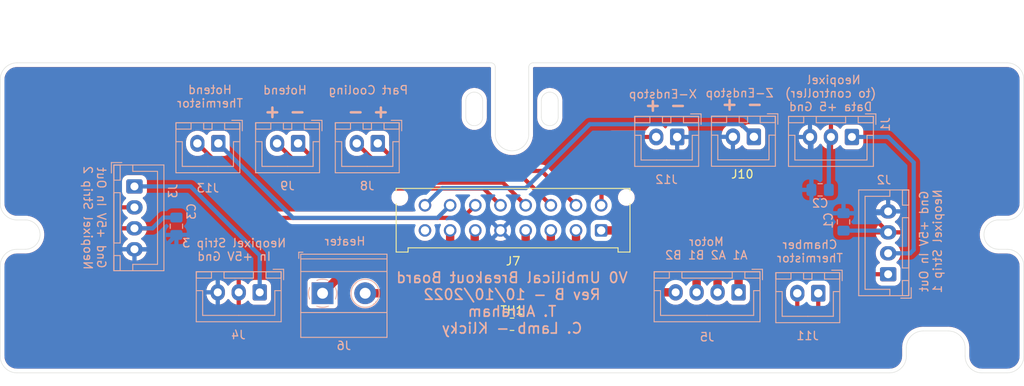
<source format=kicad_pcb>
(kicad_pcb (version 20211014) (generator pcbnew)
  (layers (0 "F.Cu" signal) (31 "B.Cu" signal) (34 "B.Paste" user) (35 "F.Paste" user) (36 "B.SilkS" user "B.Silkscreen") (37 "F.SilkS" user "F.Silkscreen") (38 "B.Mask" user) (39 "F.Mask" user) (44 "Edge.Cuts" user))
  (net 0 "")
  (net 2 "/X-endstop")
  (net 3 "/Klicky_probe")
  (net 4 "Net-(J11-Pad1)")
  (net 5 "/Hotend_Fan+")
  (net 6 "/Hotend_Fan-")
  (net 7 "/PartFan-")
  (net 8 "/PartFan+")
  (net 9 "/B2")
  (net 10 "/B1")
  (net 11 "/A2")
  (net 12 "/A1")
  (net 13 "Ground")
  (net 14 "5V")
  (net 15 "Data")
  (net 16 "DataIn2")
  (net 17 "DataOut2")
  (net 18 "Net-(J11-Pad2)")
  (net 19 "/Thermister +")
  (net 20 "/Thermister -")
  (net 21 "/Heater -")
  (net 22 "/Heater +")
  (footprint "Connector_Molex:Molex_Micro-Fit_3.0_43045-1612_2x08_P3.00mm_Vertical" (layer "F.Cu") (at 110.627 101.5 180)
    (fp_text reference "J7" (at 10.5 -3.67 180) (layer "F.SilkS"))
    (fp_text value "Conn_02x08_Odd_Even")
    (fp_line (start -2.015 -2.58) (end -2.015 -2.08) (layer "F.SilkS") (width 0.12))
    (fp_line (start 23.015 -2.58) (end 24.435 -2.58) (layer "F.SilkS") (width 0.12))
    (fp_line (start -3.435 4.7) (end -3.435 5.01) (layer "F.SilkS") (width 0.12))
    (fp_line (start -3.435 3.18) (end -3.435 -2.58) (layer "F.SilkS") (width 0.12))
    (fp_line (start 24.435 -2.58) (end 24.435 3.18) (layer "F.SilkS") (width 0.12))
    (fp_line (start 24.435 5.01) (end 24.435 4.7) (layer "F.SilkS") (width 0.12))
    (fp_line (start -3.435 -2.58) (end -2.015 -2.58) (layer "F.SilkS") (width 0.12))
    (fp_line (start -3.435 5.01) (end 24.435 5.01) (layer "F.SilkS") (width 0.12))
    (fp_line (start 23.015 -2.08) (end 23.015 -2.58) (layer "F.SilkS") (width 0.12))
    (fp_line (start -2.015 -2.08) (end 23.015 -2.08) (layer "F.SilkS") (width 0.12))
    (pad "" np_thru_hole circle (at -3 3.94 180) (size 1 1) (drill 1) (layers *.Cu *.Mask))
    (pad "" np_thru_hole circle (at 24 3.94 180) (size 1 1) (drill 1) (layers *.Cu *.Mask))
    (pad "1" thru_hole roundrect (at 0 0 180) (size 1.5 1.5) (drill 1) (layers *.Cu *.Mask) (roundrect_rratio 0.166667) (net 12 "/A1"))
    (pad "2" thru_hole circle (at 3 0 180) (size 1.5 1.5) (drill 1) (layers *.Cu *.Mask) (net 11 "/A2"))
    (pad "3" thru_hole circle (at 6 0 180) (size 1.5 1.5) (drill 1) (layers *.Cu *.Mask) (net 10 "/B1"))
    (pad "4" thru_hole circle (at 9 0 180) (size 1.5 1.5) (drill 1) (layers *.Cu *.Mask) (net 9 "/B2"))
    (pad "5" thru_hole circle (at 12 0 180) (size 1.5 1.5) (drill 1) (layers *.Cu *.Mask) (net 13 "Ground"))
    (pad "6" thru_hole circle (at 15 0 180) (size 1.5 1.5) (drill 1) (layers *.Cu *.Mask) (net 22 "/Heater +"))
    (pad "7" thru_hole circle (at 18 0 180) (size 1.5 1.5) (drill 1) (layers *.Cu *.Mask) (net 21 "/Heater -"))
    (pad "8" thru_hole circle (at 21 0 180) (size 1.5 1.5) (drill 1) (layers *.Cu *.Mask))
    (pad "9" thru_hole circle (at 0 3 180) (size 1.5 1.5) (drill 1) (layers *.Cu *.Mask) (net 2 "/X-endstop"))
    (pad "10" thru_hole circle (at 3 3 180) (size 1.5 1.5) (drill 1) (layers *.Cu *.Mask) (net 8 "/PartFan+"))
    (pad "11" thru_hole circle (at 6 3 180) (size 1.5 1.5) (drill 1) (layers *.Cu *.Mask) (net 7 "/PartFan-"))
    (pad "12" thru_hole circle (at 9 3 180) (size 1.5 1.5) (drill 1) (layers *.Cu *.Mask) (net 6 "/Hotend_Fan-"))
    (pad "13" thru_hole circle (at 12 3 180) (size 1.5 1.5) (drill 1) (layers *.Cu *.Mask) (net 5 "/Hotend_Fan+"))
    (pad "14" thru_hole circle (at 15 3 180) (size 1.5 1.5) (drill 1) (layers *.Cu *.Mask) (net 19 "/Thermister +"))
    (pad "15" thru_hole circle (at 18 3 180) (size 1.5 1.5) (drill 1) (layers *.Cu *.Mask) (net 20 "/Thermister -"))
    (pad "16" thru_hole circle (at 21 3 180) (size 1.5 1.5) (drill 1) (layers *.Cu *.Mask) (net 3 "/Klicky_probe"))
  )
  (footprint "Resistor_SMD:R_0805_2012Metric_Pad1.20x1.40mm_HandSolder" (layer "F.Cu") (at 100 112.7)
    (fp_text reference "TH1" (at 0 -1.65) (layer "F.SilkS"))
    (fp_text value "Thermistor")
    (fp_line (start -0.227064 -0.735) (end 0.227064 -0.735) (layer "F.SilkS") (width 0.12))
    (fp_line (start -0.227064 0.735) (end 0.227064 0.735) (layer "F.SilkS") (width 0.12))
    (pad "1" smd roundrect locked (at -1 0) (size 1.2 1.4) (layers "F.Cu" "F.Paste" "F.Mask") (roundrect_rratio 0.2083325) (net 4 "Net-(J11-Pad1)"))
    (pad "2" smd roundrect locked (at 1 0) (size 1.2 1.4) (layers "F.Cu" "F.Paste" "F.Mask") (roundrect_rratio 0.2083325) (net 18 "Net-(J11-Pad2)"))
  )
  (footprint "Connector_JST:JST_XH_B2B-XH-A_1x02_P2.50mm_Vertical" (layer "B.Cu") (at 74.5 91.11 180)
    (fp_text reference "J9" (at 1.27 -5.08) (layer "B.SilkS") (effects (justify mirror)))
    (fp_text value "Hotend Fan")
    (fp_line (start -0.75 2.45) (end -2.55 2.45) (layer "B.SilkS") (width 0.12))
    (fp_line (start -1.6 2.75) (end -2.85 2.75) (layer "B.SilkS") (width 0.12))
    (fp_line (start 4.3 -2.75) (end 1.25 -2.75) (layer "B.SilkS") (width 0.12))
    (fp_line (start 1.75 2.45) (end 0.75 2.45) (layer "B.SilkS") (width 0.12))
    (fp_line (start -2.56 -3.51) (end 5.06 -3.51) (layer "B.SilkS") (width 0.12))
    (fp_line (start 5.06 2.46) (end -2.56 2.46) (layer "B.SilkS") (width 0.12))
    (fp_line (start -2.85 2.75) (end -2.85 1.5) (layer "B.SilkS") (width 0.12))
    (fp_line (start 4.3 0.2) (end 4.3 -2.75) (layer "B.SilkS") (width 0.12))
    (fp_line (start 5.05 2.45) (end 3.25 2.45) (layer "B.SilkS") (width 0.12))
    (fp_line (start -2.55 0.2) (end -1.8 0.2) (layer "B.SilkS") (width 0.12))
    (fp_line (start -2.55 1.7) (end -0.75 1.7) (layer "B.SilkS") (width 0.12))
    (fp_line (start 3.25 2.45) (end 3.25 1.7) (layer "B.SilkS") (width 0.12))
    (fp_line (start 5.05 0.2) (end 4.3 0.2) (layer "B.SilkS") (width 0.12))
    (fp_line (start -1.8 -2.75) (end 1.25 -2.75) (layer "B.SilkS") (width 0.12))
    (fp_line (start 3.25 1.7) (end 5.05 1.7) (layer "B.SilkS") (width 0.12))
    (fp_line (start 1.75 1.7) (end 1.75 2.45) (layer "B.SilkS") (width 0.12))
    (fp_line (start 5.06 -3.51) (end 5.06 2.46) (layer "B.SilkS") (width 0.12))
    (fp_line (start 0.75 2.45) (end 0.75 1.7) (layer "B.SilkS") (width 0.12))
    (fp_line (start 0.75 1.7) (end 1.75 1.7) (layer "B.SilkS") (width 0.12))
    (fp_line (start -1.8 0.2) (end -1.8 -2.75) (layer "B.SilkS") (width 0.12))
    (fp_line (start 5.05 1.7) (end 5.05 2.45) (layer "B.SilkS") (width 0.12))
    (fp_line (start -0.75 1.7) (end -0.75 2.45) (layer "B.SilkS") (width 0.12))
    (fp_line (start -2.55 2.45) (end -2.55 1.7) (layer "B.SilkS") (width 0.12))
    (fp_line (start -2.56 2.46) (end -2.56 -3.51) (layer "B.SilkS") (width 0.12))
    (pad "1" thru_hole roundrect locked (at 0 0 180) (size 1.7 2) (drill 1) (layers *.Cu *.Mask) (roundrect_rratio 0.1470588235) (net 6 "/Hotend_Fan-"))
    (pad "2" thru_hole oval locked (at 2.5 0 180) (size 1.7 2) (drill 1) (layers *.Cu *.Mask) (net 5 "/Hotend_Fan+"))
  )
  (footprint "Connector_JST:JST_XH_B2B-XH-A_1x02_P2.50mm_Vertical" (layer "B.Cu") (at 84 91.11 180)
    (fp_text reference "J8" (at 1.27 -5.08) (layer "B.SilkS") (effects (justify mirror)))
    (fp_text value "Part Cooling Fan")
    (fp_line (start 5.05 1.7) (end 5.05 2.45) (layer "B.SilkS") (width 0.12))
    (fp_line (start 5.05 0.2) (end 4.3 0.2) (layer "B.SilkS") (width 0.12))
    (fp_line (start -1.8 -2.75) (end 1.25 -2.75) (layer "B.SilkS") (width 0.12))
    (fp_line (start 5.06 2.46) (end -2.56 2.46) (layer "B.SilkS") (width 0.12))
    (fp_line (start 1.75 2.45) (end 0.75 2.45) (layer "B.SilkS") (width 0.12))
    (fp_line (start -1.8 0.2) (end -1.8 -2.75) (layer "B.SilkS") (width 0.12))
    (fp_line (start 0.75 1.7) (end 1.75 1.7) (layer "B.SilkS") (width 0.12))
    (fp_line (start 0.75 2.45) (end 0.75 1.7) (layer "B.SilkS") (width 0.12))
    (fp_line (start -2.55 2.45) (end -2.55 1.7) (layer "B.SilkS") (width 0.12))
    (fp_line (start -0.75 1.7) (end -0.75 2.45) (layer "B.SilkS") (width 0.12))
    (fp_line (start -2.56 -3.51) (end 5.06 -3.51) (layer "B.SilkS") (width 0.12))
    (fp_line (start 4.3 -2.75) (end 1.25 -2.75) (layer "B.SilkS") (width 0.12))
    (fp_line (start -2.55 1.7) (end -0.75 1.7) (layer "B.SilkS") (width 0.12))
    (fp_line (start 3.25 1.7) (end 5.05 1.7) (layer "B.SilkS") (width 0.12))
    (fp_line (start -2.55 0.2) (end -1.8 0.2) (layer "B.SilkS") (width 0.12))
    (fp_line (start 5.05 2.45) (end 3.25 2.45) (layer "B.SilkS") (width 0.12))
    (fp_line (start -0.75 2.45) (end -2.55 2.45) (layer "B.SilkS") (width 0.12))
    (fp_line (start -2.85 2.75) (end -2.85 1.5) (layer "B.SilkS") (width 0.12))
    (fp_line (start 4.3 0.2) (end 4.3 -2.75) (layer "B.SilkS") (width 0.12))
    (fp_line (start -2.56 2.46) (end -2.56 -3.51) (layer "B.SilkS") (width 0.12))
    (fp_line (start 1.75 1.7) (end 1.75 2.45) (layer "B.SilkS") (width 0.12))
    (fp_line (start 5.06 -3.51) (end 5.06 2.46) (layer "B.SilkS") (width 0.12))
    (fp_line (start -1.6 2.75) (end -2.85 2.75) (layer "B.SilkS") (width 0.12))
    (fp_line (start 3.25 2.45) (end 3.25 1.7) (layer "B.SilkS") (width 0.12))
    (pad "1" thru_hole roundrect locked (at 0 0 180) (size 1.7 2) (drill 1) (layers *.Cu *.Mask) (roundrect_rratio 0.1470588235) (net 8 "/PartFan+"))
    (pad "2" thru_hole oval locked (at 2.5 0 180) (size 1.7 2) (drill 1) (layers *.Cu *.Mask) (net 7 "/PartFan-"))
  )
  (footprint "Connector_JST:JST_XH_B2B-XH-A_1x02_P2.50mm_Vertical" (layer "B.Cu") (at 65 91.11 180)
    (fp_text reference "J13" (at 1.25 -5.34) (layer "B.SilkS") (effects (justify mirror)))
    (fp_text value "Thermistor")
    (fp_line (start 3.25 2.45) (end 3.25 1.7) (layer "B.SilkS") (width 0.12))
    (fp_line (start -1.6 2.75) (end -2.85 2.75) (layer "B.SilkS") (width 0.12))
    (fp_line (start 5.05 1.7) (end 5.05 2.45) (layer "B.SilkS") (width 0.12))
    (fp_line (start -0.75 1.7) (end -0.75 2.45) (layer "B.SilkS") (width 0.12))
    (fp_line (start -2.56 -3.51) (end 5.06 -3.51) (layer "B.SilkS") (width 0.12))
    (fp_line (start -1.8 -2.75) (end 1.25 -2.75) (layer "B.SilkS") (width 0.12))
    (fp_line (start 5.06 2.46) (end -2.56 2.46) (layer "B.SilkS") (width 0.12))
    (fp_line (start 4.3 -2.75) (end 1.25 -2.75) (layer "B.SilkS") (width 0.12))
    (fp_line (start -2.55 0.2) (end -1.8 0.2) (layer "B.SilkS") (width 0.12))
    (fp_line (start -1.8 0.2) (end -1.8 -2.75) (layer "B.SilkS") (width 0.12))
    (fp_line (start -2.55 1.7) (end -0.75 1.7) (layer "B.SilkS") (width 0.12))
    (fp_line (start -0.75 2.45) (end -2.55 2.45) (layer "B.SilkS") (width 0.12))
    (fp_line (start -2.56 2.46) (end -2.56 -3.51) (layer "B.SilkS") (width 0.12))
    (fp_line (start -2.85 2.75) (end -2.85 1.5) (layer "B.SilkS") (width 0.12))
    (fp_line (start 0.75 2.45) (end 0.75 1.7) (layer "B.SilkS") (width 0.12))
    (fp_line (start 4.3 0.2) (end 4.3 -2.75) (layer "B.SilkS") (width 0.12))
    (fp_line (start 1.75 2.45) (end 0.75 2.45) (layer "B.SilkS") (width 0.12))
    (fp_line (start -2.55 2.45) (end -2.55 1.7) (layer "B.SilkS") (width 0.12))
    (fp_line (start 3.25 1.7) (end 5.05 1.7) (layer "B.SilkS") (width 0.12))
    (fp_line (start 5.06 -3.51) (end 5.06 2.46) (layer "B.SilkS") (width 0.12))
    (fp_line (start 5.05 0.2) (end 4.3 0.2) (layer "B.SilkS") (width 0.12))
    (fp_line (start 5.05 2.45) (end 3.25 2.45) (layer "B.SilkS") (width 0.12))
    (fp_line (start 0.75 1.7) (end 1.75 1.7) (layer "B.SilkS") (width 0.12))
    (fp_line (start 1.75 1.7) (end 1.75 2.45) (layer "B.SilkS") (width 0.12))
    (pad "1" thru_hole roundrect locked (at 0 0 180) (size 1.7 2) (drill 1) (layers *.Cu *.Mask) (roundrect_rratio 0.1470588235) (net 20 "/Thermister -"))
    (pad "2" thru_hole oval locked (at 2.5 0 180) (size 1.7 2) (drill 1) (layers *.Cu *.Mask) (net 19 "/Thermister +"))
  )
  (footprint "Connector_JST:JST_XH_B2B-XH-A_1x02_P2.50mm_Vertical" (layer "B.Cu") (at 119.685 90.348 180)
    (fp_text reference "J12" (at 1.27 -5.08) (layer "B.SilkS") (effects (justify mirror)))
    (fp_text value "X-Endstop")
    (fp_line (start -0.75 2.45) (end -2.55 2.45) (layer "B.SilkS") (width 0.12))
    (fp_line (start -2.55 1.7) (end -0.75 1.7) (layer "B.SilkS") (width 0.12))
    (fp_line (start -2.56 2.46) (end -2.56 -3.51) (layer "B.SilkS") (width 0.12))
    (fp_line (start 1.75 1.7) (end 1.75 2.45) (layer "B.SilkS") (width 0.12))
    (fp_line (start -2.85 2.75) (end -2.85 1.5) (layer "B.SilkS") (width 0.12))
    (fp_line (start -2.55 0.2) (end -1.8 0.2) (layer "B.SilkS") (width 0.12))
    (fp_line (start -2.56 -3.51) (end 5.06 -3.51) (layer "B.SilkS") (width 0.12))
    (fp_line (start 0.75 1.7) (end 1.75 1.7) (layer "B.SilkS") (width 0.12))
    (fp_line (start 1.75 2.45) (end 0.75 2.45) (layer "B.SilkS") (width 0.12))
    (fp_line (start 3.25 1.7) (end 5.05 1.7) (layer "B.SilkS") (width 0.12))
    (fp_line (start 5.05 0.2) (end 4.3 0.2) (layer "B.SilkS") (width 0.12))
    (fp_line (start -1.8 -2.75) (end 1.25 -2.75) (layer "B.SilkS") (width 0.12))
    (fp_line (start 3.25 2.45) (end 3.25 1.7) (layer "B.SilkS") (width 0.12))
    (fp_line (start 4.3 -2.75) (end 1.25 -2.75) (layer "B.SilkS") (width 0.12))
    (fp_line (start 5.05 1.7) (end 5.05 2.45) (layer "B.SilkS") (width 0.12))
    (fp_line (start 0.75 2.45) (end 0.75 1.7) (layer "B.SilkS") (width 0.12))
    (fp_line (start -0.75 1.7) (end -0.75 2.45) (layer "B.SilkS") (width 0.12))
    (fp_line (start -1.6 2.75) (end -2.85 2.75) (layer "B.SilkS") (width 0.12))
    (fp_line (start 5.05 2.45) (end 3.25 2.45) (layer "B.SilkS") (width 0.12))
    (fp_line (start -1.8 0.2) (end -1.8 -2.75) (layer "B.SilkS") (width 0.12))
    (fp_line (start -2.55 2.45) (end -2.55 1.7) (layer "B.SilkS") (width 0.12))
    (fp_line (start 5.06 2.46) (end -2.56 2.46) (layer "B.SilkS") (width 0.12))
    (fp_line (start 5.06 -3.51) (end 5.06 2.46) (layer "B.SilkS") (width 0.12))
    (fp_line (start 4.3 0.2) (end 4.3 -2.75) (layer "B.SilkS") (width 0.12))
    (pad "1" thru_hole roundrect locked (at 0 0 180) (size 1.7 2) (drill 1) (layers *.Cu *.Mask) (roundrect_rratio 0.1470588235) (net 13 "Ground"))
    (pad "2" thru_hole oval locked (at 2.5 0 180) (size 1.7 2) (drill 1) (layers *.Cu *.Mask) (net 2 "/X-endstop"))
  )
  (footprint "Connector_JST:JST_XH_B2B-XH-A_1x02_P2.50mm_Vertical" (layer "B.Cu") (at 136.5 109 180)
    (fp_text reference "J11" (at 1.27 -5.08) (layer "B.SilkS") (effects (justify mirror)))
    (fp_text value "Chamber Thermistor")
    (fp_line (start 1.75 1.7) (end 1.75 2.45) (layer "B.SilkS") (width 0.12))
    (fp_line (start 5.05 2.45) (end 3.25 2.45) (layer "B.SilkS") (width 0.12))
    (fp_line (start -2.56 -3.51) (end 5.06 -3.51) (layer "B.SilkS") (width 0.12))
    (fp_line (start -0.75 2.45) (end -2.55 2.45) (layer "B.SilkS") (width 0.12))
    (fp_line (start 5.06 2.46) (end -2.56 2.46) (layer "B.SilkS") (width 0.12))
    (fp_line (start -0.75 1.7) (end -0.75 2.45) (layer "B.SilkS") (width 0.12))
    (fp_line (start 5.06 -3.51) (end 5.06 2.46) (layer "B.SilkS") (width 0.12))
    (fp_line (start -2.55 2.45) (end -2.55 1.7) (layer "B.SilkS") (width 0.12))
    (fp_line (start -2.85 2.75) (end -2.85 1.5) (layer "B.SilkS") (width 0.12))
    (fp_line (start 0.75 1.7) (end 1.75 1.7) (layer "B.SilkS") (width 0.12))
    (fp_line (start -2.55 0.2) (end -1.8 0.2) (layer "B.SilkS") (width 0.12))
    (fp_line (start -1.8 -2.75) (end 1.25 -2.75) (layer "B.SilkS") (width 0.12))
    (fp_line (start 3.25 1.7) (end 5.05 1.7) (layer "B.SilkS") (width 0.12))
    (fp_line (start 4.3 -2.75) (end 1.25 -2.75) (layer "B.SilkS") (width 0.12))
    (fp_line (start 0.75 2.45) (end 0.75 1.7) (layer "B.SilkS") (width 0.12))
    (fp_line (start -1.6 2.75) (end -2.85 2.75) (layer "B.SilkS") (width 0.12))
    (fp_line (start 3.25 2.45) (end 3.25 1.7) (layer "B.SilkS") (width 0.12))
    (fp_line (start -2.55 1.7) (end -0.75 1.7) (layer "B.SilkS") (width 0.12))
    (fp_line (start 1.75 2.45) (end 0.75 2.45) (layer "B.SilkS") (width 0.12))
    (fp_line (start 4.3 0.2) (end 4.3 -2.75) (layer "B.SilkS") (width 0.12))
    (fp_line (start 5.05 0.2) (end 4.3 0.2) (layer "B.SilkS") (width 0.12))
    (fp_line (start 5.05 1.7) (end 5.05 2.45) (layer "B.SilkS") (width 0.12))
    (fp_line (start -1.8 0.2) (end -1.8 -2.75) (layer "B.SilkS") (width 0.12))
    (fp_line (start -2.56 2.46) (end -2.56 -3.51) (layer "B.SilkS") (width 0.12))
    (pad "1" thru_hole roundrect locked (at 0 0 180) (size 1.7 2) (drill 1) (layers *.Cu *.Mask) (roundrect_rratio 0.1470588235) (net 4 "Net-(J11-Pad1)"))
    (pad "2" thru_hole oval locked (at 2.5 0 180) (size 1.7 2) (drill 1) (layers *.Cu *.Mask) (net 18 "Net-(J11-Pad2)"))
  )
  (footprint "Connector_JST:JST_XH_B4B-XH-A_1x04_P2.50mm_Vertical" (layer "B.Cu") (at 127 108.89 180)
    (fp_text reference "J5" (at 3.75 -5.34) (layer "B.SilkS") (effects (justify mirror)))
    (fp_text value "Motor")
    (fp_line (start -1.8 -2.75) (end 3.75 -2.75) (layer "B.SilkS") (width 0.12))
    (fp_line (start 10.05 0.2) (end 9.3 0.2) (layer "B.SilkS") (width 0.12))
    (fp_line (start -1.8 0.2) (end -1.8 -2.75) (layer "B.SilkS") (width 0.12))
    (fp_line (start 9.3 -2.75) (end 3.75 -2.75) (layer "B.SilkS") (width 0.12))
    (fp_line (start 10.06 -3.51) (end 10.06 2.46) (layer "B.SilkS") (width 0.12))
    (fp_line (start -2.55 2.45) (end -2.55 1.7) (layer "B.SilkS") (width 0.12))
    (fp_line (start 8.25 2.45) (end 8.25 1.7) (layer "B.SilkS") (width 0.12))
    (fp_line (start 10.05 1.7) (end 10.05 2.45) (layer "B.SilkS") (width 0.12))
    (fp_line (start -2.55 0.2) (end -1.8 0.2) (layer "B.SilkS") (width 0.12))
    (fp_line (start 0.75 1.7) (end 6.75 1.7) (layer "B.SilkS") (width 0.12))
    (fp_line (start -2.85 2.75) (end -2.85 1.5) (layer "B.SilkS") (width 0.12))
    (fp_line (start 10.06 2.46) (end -2.56 2.46) (layer "B.SilkS") (width 0.12))
    (fp_line (start -0.75 2.45) (end -2.55 2.45) (layer "B.SilkS") (width 0.12))
    (fp_line (start -0.75 1.7) (end -0.75 2.45) (layer "B.SilkS") (width 0.12))
    (fp_line (start -2.56 2.46) (end -2.56 -3.51) (layer "B.SilkS") (width 0.12))
    (fp_line (start -2.55 1.7) (end -0.75 1.7) (layer "B.SilkS") (width 0.12))
    (fp_line (start 6.75 2.45) (end 0.75 2.45) (layer "B.SilkS") (width 0.12))
    (fp_line (start -1.6 2.75) (end -2.85 2.75) (layer "B.SilkS") (width 0.12))
    (fp_line (start -2.56 -3.51) (end 10.06 -3.51) (layer "B.SilkS") (width 0.12))
    (fp_line (start 8.25 1.7) (end 10.05 1.7) (layer "B.SilkS") (width 0.12))
    (fp_line (start 10.05 2.45) (end 8.25 2.45) (layer "B.SilkS") (width 0.12))
    (fp_line (start 6.75 1.7) (end 6.75 2.45) (layer "B.SilkS") (width 0.12))
    (fp_line (start 9.3 0.2) (end 9.3 -2.75) (layer "B.SilkS") (width 0.12))
    (fp_line (start 0.75 2.45) (end 0.75 1.7) (layer "B.SilkS") (width 0.12))
    (pad "1" thru_hole roundrect locked (at 0 0 180) (size 1.7 1.95) (drill 0.95) (layers *.Cu *.Mask) (roundrect_rratio 0.1470588235) (net 12 "/A1"))
    (pad "2" thru_hole oval locked (at 2.5 0 180) (size 1.7 1.95) (drill 0.95) (layers *.Cu *.Mask) (net 11 "/A2"))
    (pad "3" thru_hole oval locked (at 5 0 180) (size 1.7 1.95) (drill 0.95) (layers *.Cu *.Mask) (net 10 "/B1"))
    (pad "4" thru_hole oval locked (at 7.5 0 180) (size 1.7 1.95) (drill 0.95) (layers *.Cu *.Mask) (net 9 "/B2"))
  )
  (footprint "TerminalBlock_Phoenix:TerminalBlock_Phoenix_MKDS-1,5-2-5.08_1x02_P5.08mm_Horizontal" (layer "B.Cu") (at 77.42 109)
    (fp_text reference "J6" (at 2.54 6.26) (layer "B.SilkS") (effects (justify mirror)))
    (fp_text value "Heater")
    (fp_line (start 3.853 -1.023) (end 3.806 -1.069) (layer "B.SilkS") (width 0.12))
    (fp_line (start -2.6 5.261) (end 7.68 5.261) (layer "B.SilkS") (width 0.12))
    (fp_line (start -2.6 -2.6) (end 7.68 -2.6) (layer "B.SilkS") (width 0.12))
    (fp_line (start -2.84 -4.16) (end -2.84 -4.9) (layer "B.SilkS") (width 0.12))
    (fp_line (start -2.6 -4.1) (end 7.68 -4.1) (layer "B.SilkS") (width 0.12))
    (fp_line (start 7.68 5.261) (end 7.68 -4.66) (layer "B.SilkS") (width 0.12))
    (fp_line (start -2.6 5.261) (end -2.6 -4.66) (layer "B.SilkS") (width 0.12))
    (fp_line (start 4.046 -1.239) (end 4.011 -1.274) (layer "B.SilkS") (width 0.12))
    (fp_line (start -2.6 -4.66) (end 7.68 -4.66) (layer "B.SilkS") (width 0.12))
    (fp_line (start 6.355 1.069) (end 6.308 1.023) (layer "B.SilkS") (width 0.12))
    (fp_line (start -2.6 2.301) (end 7.68 2.301) (layer "B.SilkS") (width 0.12))
    (fp_line (start 6.15 1.275) (end 6.115 1.239) (layer "B.SilkS") (width 0.12))
    (fp_line (start -2.84 -4.9) (end -2.34 -4.9) (layer "B.SilkS") (width 0.12))
    (fp_arc (start -0.684 -1.535) (mid -0.335551 -1.646659) (end 0.028805 -1.680253) (layer "B.SilkS") (width 0.12))
    (fp_arc (start 0.684 1.535) (mid 0.000524 1.6805) (end -0.683042 1.535427) (layer "B.SilkS") (width 0.12))
    (fp_arc (start -1.535 0.684) (mid -1.6805 0.000524) (end -1.535427 -0.683042) (layer "B.SilkS") (width 0.12))
    (fp_arc (start 0 -1.68) (mid 0.349292 -1.643288) (end 0.683318 -1.534756) (layer "B.SilkS") (width 0.12))
    (fp_arc (start 1.535 -0.684) (mid 1.6805 -0.000524) (end 1.535427 0.683042) (layer "B.SilkS") (width 0.12))
    (fp_circle (center 5.08 0) (end 6.76 0) (layer "B.SilkS") (width 0.12) (fill none))
    (pad "1" thru_hole rect locked (at 0 0) (size 2.6 2.6) (drill 1.3) (layers *.Cu *.Mask) (net 21 "/Heater -"))
    (pad "2" thru_hole circle locked (at 5.08 0) (size 2.6 2.6) (drill 1.3) (layers *.Cu *.Mask) (net 22 "/Heater +"))
  )
  (footprint "Connector_JST:JST_XH_B3B-XH-A_1x03_P2.50mm_Vertical" (layer "B.Cu") (at 140.513 90.348 180)
    (fp_text reference "J1" (at -4 1.5 90) (layer "B.SilkS") (effects (justify mirror)))
    (fp_text value "Neopixel (from controller)")
    (fp_line (start 5.75 2.45) (end 5.75 1.7) (layer "B.SilkS") (width 0.12))
    (fp_line (start 7.55 2.45) (end 5.75 2.45) (layer "B.SilkS") (width 0.12))
    (fp_line (start -2.85 2.75) (end -2.85 1.5) (layer "B.SilkS") (width 0.12))
    (fp_line (start -1.8 0.2) (end -1.8 -2.75) (layer "B.SilkS") (width 0.12))
    (fp_line (start -1.6 2.75) (end -2.85 2.75) (layer "B.SilkS") (width 0.12))
    (fp_line (start -1.8 -2.75) (end 2.5 -2.75) (layer "B.SilkS") (width 0.12))
    (fp_line (start -2.56 -3.51) (end 7.56 -3.51) (layer "B.SilkS") (width 0.12))
    (fp_line (start -0.75 1.7) (end -0.75 2.45) (layer "B.SilkS") (width 0.12))
    (fp_line (start 0.75 1.7) (end 4.25 1.7) (layer "B.SilkS") (width 0.12))
    (fp_line (start -2.56 2.46) (end -2.56 -3.51) (layer "B.SilkS") (width 0.12))
    (fp_line (start 7.55 1.7) (end 7.55 2.45) (layer "B.SilkS") (width 0.12))
    (fp_line (start 7.56 2.46) (end -2.56 2.46) (layer "B.SilkS") (width 0.12))
    (fp_line (start -2.55 2.45) (end -2.55 1.7) (layer "B.SilkS") (width 0.12))
    (fp_line (start 7.55 0.2) (end 6.8 0.2) (layer "B.SilkS") (width 0.12))
    (fp_line (start -2.55 1.7) (end -0.75 1.7) (layer "B.SilkS") (width 0.12))
    (fp_line (start 4.25 1.7) (end 4.25 2.45) (layer "B.SilkS") (width 0.12))
    (fp_line (start -0.75 2.45) (end -2.55 2.45) (layer "B.SilkS") (width 0.12))
    (fp_line (start 4.25 2.45) (end 0.75 2.45) (layer "B.SilkS") (width 0.12))
    (fp_line (start 7.56 -3.51) (end 7.56 2.46) (layer "B.SilkS") (width 0.12))
    (fp_line (start 6.8 0.2) (end 6.8 -2.75) (layer "B.SilkS") (width 0.12))
    (fp_line (start 6.8 -2.75) (end 2.5 -2.75) (layer "B.SilkS") (width 0.12))
    (fp_line (start 5.75 1.7) (end 7.55 1.7) (layer "B.SilkS") (width 0.12))
    (fp_line (start 0.75 2.45) (end 0.75 1.7) (layer "B.SilkS") (width 0.12))
    (fp_line (start -2.55 0.2) (end -1.8 0.2) (layer "B.SilkS") (width 0.12))
    (pad "1" thru_hole roundrect locked (at 0 0 180) (size 1.7 1.95) (drill 0.95) (layers *.Cu *.Mask) (roundrect_rratio 0.1470588235) (net 15 "Data"))
    (pad "2" thru_hole oval locked (at 2.5 0 180) (size 1.7 1.95) (drill 0.95) (layers *.Cu *.Mask) (net 14 "5V"))
    (pad "3" thru_hole oval locked (at 5 0 180) (size 1.7 1.95) (drill 0.95) (layers *.Cu *.Mask) (net 13 "Ground"))
  )
  (footprint "Connector_JST:JST_XH_B4B-XH-A_1x04_P2.50mm_Vertical" (layer "B.Cu") (at 144.831 106.731 90)
    (fp_text reference "J2" (at 11.25 -0.5 180) (layer "B.SilkS") (effects (justify mirror)))
    (fp_text value "Neopixel Strip 1")
    (fp_line (start 10.05 2.45) (end 8.25 2.45) (layer "B.SilkS") (width 0.12))
    (fp_line (start 10.06 -3.51) (end 10.06 2.46) (layer "B.SilkS") (width 0.12))
    (fp_line (start -2.85 2.75) (end -2.85 1.5) (layer "B.SilkS") (width 0.12))
    (fp_line (start 6.75 1.7) (end 6.75 2.45) (layer "B.SilkS") (width 0.12))
    (fp_line (start -0.75 2.45) (end -2.55 2.45) (layer "B.SilkS") (width 0.12))
    (fp_line (start -2.55 2.45) (end -2.55 1.7) (layer "B.SilkS") (width 0.12))
    (fp_line (start -2.56 -3.51) (end 10.06 -3.51) (layer "B.SilkS") (width 0.12))
    (fp_line (start 10.05 1.7) (end 10.05 2.45) (layer "B.SilkS") (width 0.12))
    (fp_line (start 0.75 2.45) (end 0.75 1.7) (layer "B.SilkS") (width 0.12))
    (fp_line (start 9.3 0.2) (end 9.3 -2.75) (layer "B.SilkS") (width 0.12))
    (fp_line (start -2.55 0.2) (end -1.8 0.2) (layer "B.SilkS") (width 0.12))
    (fp_line (start -1.8 0.2) (end -1.8 -2.75) (layer "B.SilkS") (width 0.12))
    (fp_line (start -0.75 1.7) (end -0.75 2.45) (layer "B.SilkS") (width 0.12))
    (fp_line (start 10.06 2.46) (end -2.56 2.46) (layer "B.SilkS") (width 0.12))
    (fp_line (start -2.56 2.46) (end -2.56 -3.51) (layer "B.SilkS") (width 0.12))
    (fp_line (start -1.6 2.75) (end -2.85 2.75) (layer "B.SilkS") (width 0.12))
    (fp_line (start 8.25 2.45) (end 8.25 1.7) (layer "B.SilkS") (width 0.12))
    (fp_line (start -1.8 -2.75) (end 3.75 -2.75) (layer "B.SilkS") (width 0.12))
    (fp_line (start -2.55 1.7) (end -0.75 1.7) (layer "B.SilkS") (width 0.12))
    (fp_line (start 10.05 0.2) (end 9.3 0.2) (layer "B.SilkS") (width 0.12))
    (fp_line (start 0.75 1.7) (end 6.75 1.7) (layer "B.SilkS") (width 0.12))
    (fp_line (start 6.75 2.45) (end 0.75 2.45) (layer "B.SilkS") (width 0.12))
    (fp_line (start 9.3 -2.75) (end 3.75 -2.75) (layer "B.SilkS") (width 0.12))
    (fp_line (start 8.25 1.7) (end 10.05 1.7) (layer "B.SilkS") (width 0.12))
    (pad "1" thru_hole roundrect locked (at 0 0 90) (size 1.7 1.95) (drill 0.95) (layers *.Cu *.Mask) (roundrect_rratio 0.1470588235) (net 16 "DataIn2"))
    (pad "2" thru_hole oval locked (at 2.5 0 90) (size 1.7 1.95) (drill 0.95) (layers *.Cu *.Mask) (net 15 "Data"))
    (pad "3" thru_hole oval locked (at 5 0 90) (size 1.7 1.95) (drill 0.95) (layers *.Cu *.Mask) (net 14 "5V"))
    (pad "4" thru_hole oval locked (at 7.5 0 90) (size 1.7 1.95) (drill 0.95) (layers *.Cu *.Mask) (net 13 "Ground"))
  )
  (footprint "Connector_JST:JST_XH_B4B-XH-A_1x04_P2.50mm_Vertical" (layer "B.Cu") (at 55 96.25 -90)
    (fp_text reference "J3" (at 0.55 -4.6 90) (layer "B.SilkS") (effects (justify mirror)))
    (fp_text value "Neopixel Strip 1")
    (fp_line (start -0.75 1.7) (end -0.75 2.45) (layer "B.SilkS") (width 0.12))
    (fp_line (start 6.75 2.45) (end 0.75 2.45) (layer "B.SilkS") (width 0.12))
    (fp_line (start -1.6 2.75) (end -2.85 2.75) (layer "B.SilkS") (width 0.12))
    (fp_line (start 0.75 2.45) (end 0.75 1.7) (layer "B.SilkS") (width 0.12))
    (fp_line (start -2.56 -3.51) (end 10.06 -3.51) (layer "B.SilkS") (width 0.12))
    (fp_line (start 10.06 2.46) (end -2.56 2.46) (layer "B.SilkS") (width 0.12))
    (fp_line (start 9.3 0.2) (end 9.3 -2.75) (layer "B.SilkS") (width 0.12))
    (fp_line (start 8.25 1.7) (end 10.05 1.7) (layer "B.SilkS") (width 0.12))
    (fp_line (start 10.05 2.45) (end 8.25 2.45) (layer "B.SilkS") (width 0.12))
    (fp_line (start 10.06 -3.51) (end 10.06 2.46) (layer "B.SilkS") (width 0.12))
    (fp_line (start -0.75 2.45) (end -2.55 2.45) (layer "B.SilkS") (width 0.12))
    (fp_line (start 0.75 1.7) (end 6.75 1.7) (layer "B.SilkS") (width 0.12))
    (fp_line (start -2.85 2.75) (end -2.85 1.5) (layer "B.SilkS") (width 0.12))
    (fp_line (start 9.3 -2.75) (end 3.75 -2.75) (layer "B.SilkS") (width 0.12))
    (fp_line (start -1.8 0.2) (end -1.8 -2.75) (layer "B.SilkS") (width 0.12))
    (fp_line (start -2.55 0.2) (end -1.8 0.2) (layer "B.SilkS") (width 0.12))
    (fp_line (start -2.56 2.46) (end -2.56 -3.51) (layer "B.SilkS") (width 0.12))
    (fp_line (start 8.25 2.45) (end 8.25 1.7) (layer "B.SilkS") (width 0.12))
    (fp_line (start 6.75 1.7) (end 6.75 2.45) (layer "B.SilkS") (width 0.12))
    (fp_line (start 10.05 1.7) (end 10.05 2.45) (layer "B.SilkS") (width 0.12))
    (fp_line (start -1.8 -2.75) (end 3.75 -2.75) (layer "B.SilkS") (width 0.12))
    (fp_line (start -2.55 1.7) (end -0.75 1.7) (layer "B.SilkS") (width 0.12))
    (fp_line (start -2.55 2.45) (end -2.55 1.7) (layer "B.SilkS") (width 0.12))
    (fp_line (start 10.05 0.2) (end 9.3 0.2) (layer "B.SilkS") (width 0.12))
    (pad "1" thru_hole roundrect locked (at 0 0 270) (size 1.7 1.95) (drill 0.95) (layers *.Cu *.Mask) (roundrect_rratio 0.1470588235) (net 17 "DataOut2"))
    (pad "2" thru_hole oval locked (at 2.5 0 270) (size 1.7 1.95) (drill 0.95) (layers *.Cu *.Mask) (net 16 "DataIn2"))
    (pad "3" thru_hole oval locked (at 5 0 270) (size 1.7 1.95) (drill 0.95) (layers *.Cu *.Mask) (net 14 "5V"))
    (pad "4" thru_hole oval locked (at 7.5 0 270) (size 1.7 1.95) (drill 0.95) (layers *.Cu *.Mask) (net 13 "Ground"))
  )
  (footprint "Capacitor_SMD:C_0805_2012Metric_Pad1.18x1.45mm_HandSolder" (layer "B.Cu") (at 139.512 100.4865 90)
    (fp_text reference "C1" (at 0.1625 -1.8 270) (layer "B.SilkS") (effects (justify mirror)))
    (fp_text value "C")
    (fp_line (start -0.261252 0.735) (end 0.261252 0.735) (layer "B.SilkS") (width 0.12))
    (fp_line (start -0.261252 -0.735) (end 0.261252 -0.735) (layer "B.SilkS") (width 0.12))
    (pad "1" smd roundrect locked (at -1.0375 0 90) (size 1.175 1.45) (layers "B.Cu" "B.Paste" "B.Mask") (roundrect_rratio 0.2127659574) (net 14 "5V"))
    (pad "2" smd roundrect locked (at 1.0375 0 90) (size 1.175 1.45) (layers "B.Cu" "B.Paste" "B.Mask") (roundrect_rratio 0.2127659574) (net 13 "Ground"))
  )
  (footprint "Capacitor_SMD:C_0805_2012Metric_Pad1.18x1.45mm_HandSolder" (layer "B.Cu") (at 136.7245 96.6605 180)
    (fp_text reference "C2" (at 0 -1.6) (layer "B.SilkS") (effects (justify mirror)))
    (fp_text value "C")
    (fp_line (start -0.261252 0.735) (end 0.261252 0.735) (layer "B.SilkS") (width 0.12))
    (fp_line (start -0.261252 -0.735) (end 0.261252 -0.735) (layer "B.SilkS") (width 0.12))
    (pad "1" smd roundrect locked (at -1.0375 0 180) (size 1.175 1.45) (layers "B.Cu" "B.Paste" "B.Mask") (roundrect_rratio 0.2127659574) (net 14 "5V"))
    (pad "2" smd roundrect locked (at 1.0375 0 180) (size 1.175 1.45) (layers "B.Cu" "B.Paste" "B.Mask") (roundrect_rratio 0.2127659574) (net 13 "Ground"))
  )
  (footprint "Capacitor_SMD:C_0805_2012Metric_Pad1.18x1.45mm_HandSolder" (layer "B.Cu") (at 60 101 -90)
    (fp_text reference "C3" (at -1.762 -1.8 -90) (layer "B.SilkS") (effects (justify mirror)))
    (fp_text value "C")
    (fp_line (start -0.261252 -0.735) (end 0.261252 -0.735) (layer "B.SilkS") (width 0.12))
    (fp_line (start -0.261252 0.735) (end 0.261252 0.735) (layer "B.SilkS") (width 0.12))
    (pad "1" smd roundrect locked (at -1.0375 0 270) (size 1.175 1.45) (layers "B.Cu" "B.Paste" "B.Mask") (roundrect_rratio 0.2127659574) (net 14 "5V"))
    (pad "2" smd roundrect locked (at 1.0375 0 270) (size 1.175 1.45) (layers "B.Cu" "B.Paste" "B.Mask") (roundrect_rratio 0.2127659574) (net 13 "Ground"))
  )
  (footprint "Connector_JST:JST_XH_B3B-XH-A_1x03_P2.50mm_Vertical" (layer "B.Cu") (at 69.928 108.89 180)
    (fp_text reference "J4" (at 2.54 -5.08) (layer "B.SilkS") (effects (justify mirror)))
    (fp_text value "Neopixel Out")
    (fp_line (start -2.85 2.75) (end -2.85 1.5) (layer "B.SilkS") (width 0.12))
    (fp_line (start 7.56 -3.51) (end 7.56 2.46) (layer "B.SilkS") (width 0.12))
    (fp_line (start 4.25 1.7) (end 4.25 2.45) (layer "B.SilkS") (width 0.12))
    (fp_line (start -0.75 2.45) (end -2.55 2.45) (layer "B.SilkS") (width 0.12))
    (fp_line (start 4.25 2.45) (end 0.75 2.45) (layer "B.SilkS") (width 0.12))
    (fp_line (start -2.56 2.46) (end -2.56 -3.51) (layer "B.SilkS") (width 0.12))
    (fp_line (start 6.8 -2.75) (end 2.5 -2.75) (layer "B.SilkS") (width 0.12))
    (fp_line (start -2.55 1.7) (end -0.75 1.7) (layer "B.SilkS") (width 0.12))
    (fp_line (start -1.8 -2.75) (end 2.5 -2.75) (layer "B.SilkS") (width 0.12))
    (fp_line (start -0.75 1.7) (end -0.75 2.45) (layer "B.SilkS") (width 0.12))
    (fp_line (start -2.55 0.2) (end -1.8 0.2) (layer "B.SilkS") (width 0.12))
    (fp_line (start 7.56 2.46) (end -2.56 2.46) (layer "B.SilkS") (width 0.12))
    (fp_line (start 7.55 0.2) (end 6.8 0.2) (layer "B.SilkS") (width 0.12))
    (fp_line (start 0.75 2.45) (end 0.75 1.7) (layer "B.SilkS") (width 0.12))
    (fp_line (start -1.8 0.2) (end -1.8 -2.75) (layer "B.SilkS") (width 0.12))
    (fp_line (start 0.75 1.7) (end 4.25 1.7) (layer "B.SilkS") (width 0.12))
    (fp_line (start 6.8 0.2) (end 6.8 -2.75) (layer "B.SilkS") (width 0.12))
    (fp_line (start 5.75 1.7) (end 7.55 1.7) (layer "B.SilkS") (width 0.12))
    (fp_line (start -2.56 -3.51) (end 7.56 -3.51) (layer "B.SilkS") (width 0.12))
    (fp_line (start -1.6 2.75) (end -2.85 2.75) (layer "B.SilkS") (width 0.12))
    (fp_line (start 7.55 1.7) (end 7.55 2.45) (layer "B.SilkS") (width 0.12))
    (fp_line (start 7.55 2.45) (end 5.75 2.45) (layer "B.SilkS") (width 0.12))
    (fp_line (start -2.55 2.45) (end -2.55 1.7) (layer "B.SilkS") (width 0.12))
    (fp_line (start 5.75 2.45) (end 5.75 1.7) (layer "B.SilkS") (width 0.12))
    (pad "1" thru_hole roundrect locked (at 0 0 180) (size 1.7 1.95) (drill 0.95) (layers *.Cu *.Mask) (roundrect_rratio 0.1470588235) (net 17 "DataOut2"))
    (pad "2" thru_hole oval locked (at 2.5 0 180) (size 1.7 1.95) (drill 0.95) (layers *.Cu *.Mask) (net 14 "5V"))
    (pad "3" thru_hole oval locked (at 5 0 180) (size 1.7 1.95) (drill 0.95) (layers *.Cu *.Mask) (net 13 "Ground"))
  )
  (footprint "Connector_JST:JST_XH_B2B-XH-A_1x02_P2.50mm_Vertical" (layer "B.Cu") (at 128.829 90.331 180)
    (fp_text reference "J10" (at 1.377 -4.462) (layer "F.SilkS"))
    (fp_text value "Z-Endstop")
    (fp_line (start -1.8 0.2) (end -1.8 -2.75) (layer "B.SilkS") (width 0.12))
    (fp_line (start -2.55 0.2) (end -1.8 0.2) (layer "B.SilkS") (width 0.12))
    (fp_line (start -1.6 2.75) (end -2.85 2.75) (layer "B.SilkS") (width 0.12))
    (fp_line (start -2.55 1.7) (end -0.75 1.7) (layer "B.SilkS") (width 0.12))
    (fp_line (start 5.05 1.7) (end 5.05 2.45) (layer "B.SilkS") (width 0.12))
    (fp_line (start -2.55 2.45) (end -2.55 1.7) (layer "B.SilkS") (width 0.12))
    (fp_line (start 4.3 -2.75) (end 1.25 -2.75) (layer "B.SilkS") (width 0.12))
    (fp_line (start 4.3 0.2) (end 4.3 -2.75) (layer "B.SilkS") (width 0.12))
    (fp_line (start -2.85 2.75) (end -2.85 1.5) (layer "B.SilkS") (width 0.12))
    (fp_line (start 5.05 0.2) (end 4.3 0.2) (layer "B.SilkS") (width 0.12))
    (fp_line (start 1.75 1.7) (end 1.75 2.45) (layer "B.SilkS") (width 0.12))
    (fp_line (start -0.75 2.45) (end -2.55 2.45) (layer "B.SilkS") (width 0.12))
    (fp_line (start 0.75 2.45) (end 0.75 1.7) (layer "B.SilkS") (width 0.12))
    (fp_line (start 1.75 2.45) (end 0.75 2.45) (layer "B.SilkS") (width 0.12))
    (fp_line (start -1.8 -2.75) (end 1.25 -2.75) (layer "B.SilkS") (width 0.12))
    (fp_line (start -2.56 -3.51) (end 5.06 -3.51) (layer "B.SilkS") (width 0.12))
    (fp_line (start 3.25 1.7) (end 5.05 1.7) (layer "B.SilkS") (width 0.12))
    (fp_line (start -2.56 2.46) (end -2.56 -3.51) (layer "B.SilkS") (width 0.12))
    (fp_line (start -0.75 1.7) (end -0.75 2.45) (layer "B.SilkS") (width 0.12))
    (fp_line (start 5.05 2.45) (end 3.25 2.45) (layer "B.SilkS") (width 0.12))
    (fp_line (start 5.06 -3.51) (end 5.06 2.46) (layer "B.SilkS") (width 0.12))
    (fp_line (start 0.75 1.7) (end 1.75 1.7) (layer "B.SilkS") (width 0.12))
    (fp_line (start 5.06 2.46) (end -2.56 2.46) (layer "B.SilkS") (width 0.12))
    (fp_line (start 3.25 2.45) (end 3.25 1.7) (layer "B.SilkS") (width 0.12))
    (pad "1" thru_hole roundrect (at 0 0 180) (size 1.7 2) (drill 1) (layers *.Cu *.Mask) (roundrect_rratio 0.147059) (net 3 "/Klicky_probe"))
    (pad "2" thru_hole oval (at 2.5 0 180) (size 1.7 2) (drill 1) (layers *.Cu *.Mask) (net 13 "Ground"))
  )
  (gr_line (start 97.5 81.5) (end 41 81.5) (layer "Edge.Cuts") (width 0.05))
  (gr_line (start 102.5 81.5) (end 159 81.5) (layer "Edge.Cuts") (width 0.05))
  (gr_line (start 98 82) (end 98 90) (layer "Edge.Cuts") (width 0.05))
  (gr_line (start 102 82) (end 102 90) (layer "Edge.Cuts") (width 0.05))
  (gr_arc (start 105.5 88) (mid 104.5 89) (end 103.5 88) (layer "Edge.Cuts") (width 0.05))
  (gr_line (start 105.5 88) (end 105.5 86) (layer "Edge.Cuts") (width 0.05))
  (gr_arc (start 96.5 88) (mid 95.5 89) (end 94.5 88) (layer "Edge.Cuts") (width 0.05))
  (gr_arc (start 94.5 86) (mid 95.5 85) (end 96.5 86) (layer "Edge.Cuts") (width 0.05))
  (gr_line (start 94.5 86) (end 94.5 88) (layer "Edge.Cuts") (width 0.05))
  (gr_line (start 96.5 88) (end 96.5 86) (layer "Edge.Cuts") (width 0.05))
  (gr_arc (start 159 103.75) (mid 160.414214 104.335786) (end 161 105.75) (layer "Edge.Cuts") (width 0.05))
  (gr_arc (start 102 82) (mid 102.146447 81.646447) (end 102.5 81.5) (layer "Edge.Cuts") (width 0.05))
  (gr_line (start 152 113.5) (end 149 113.5) (layer "Edge.Cuts") (width 0.05))
  (gr_arc (start 42 100.25) (mid 43.75 102) (end 42 103.75) (layer "Edge.Cuts") (width 0.05))
  (gr_arc (start 152 113.5) (mid 153.414214 114.085786) (end 154 115.5) (layer "Edge.Cuts") (width 0.05))
  (gr_arc (start 158 103.75) (mid 156.25 102) (end 158 100.25) (layer "Edge.Cuts") (width 0.05))
  (gr_line (start 42 100.25) (end 41 100.25) (layer "Edge.Cuts") (width 0.05))
  (gr_line (start 41 103.75) (end 42 103.75) (layer "Edge.Cuts") (width 0.05))
  (gr_arc (start 41 118.5) (mid 39.585786 117.914214) (end 39 116.5) (layer "Edge.Cuts") (width 0.05))
  (gr_line (start 161 98.25) (end 161 83.5) (layer "Edge.Cuts") (width 0.05))
  (gr_line (start 103.5 86) (end 103.5 88) (layer "Edge.Cuts") (width 0.05))
  (gr_arc (start 41 100.250001) (mid 39.585786 99.664214) (end 38.999999 98.25) (layer "Edge.Cuts") (width 0.05))
  (gr_line (start 39 83.5) (end 39 98.25) (layer "Edge.Cuts") (width 0.05))
  (gr_arc (start 39 105.75) (mid 39.585786 104.335786) (end 41 103.75) (layer "Edge.Cuts") (width 0.05))
  (gr_arc (start 39 83.5) (mid 39.585786 82.085786) (end 41 81.5) (layer "Edge.Cuts") (width 0.05))
  (gr_arc (start 103.5 86) (mid 104.5 85) (end 105.5 86) (layer "Edge.Cuts") (width 0.05))
  (gr_line (start 158 103.75) (end 159 103.75) (layer "Edge.Cuts") (width 0.05))
  (gr_arc (start 161 98.25) (mid 160.414214 99.664214) (end 159 100.25) (layer "Edge.Cuts") (width 0.05))
  (gr_line (start 161 116.5) (end 161 105.75) (layer "Edge.Cuts") (width 0.05))
  (gr_line (start 39 105.75) (end 39 116.5) (layer "Edge.Cuts") (width 0.05))
  (gr_line (start 147 115.5) (end 147 116.5) (layer "Edge.Cuts") (width 0.05))
  (gr_line (start 159 100.25) (end 158 100.25) (layer "Edge.Cuts") (width 0.05))
  (gr_arc (start 156 118.5) (mid 154.585786 117.914214) (end 154 116.5) (layer "Edge.Cuts") (width 0.05))
  (gr_arc (start 147 116.5) (mid 146.414214 117.914214) (end 145 118.5) (layer "Edge.Cuts") (width 0.05))
  (gr_arc (start 102 90) (mid 100 92) (end 98 90) (layer "Edge.Cuts") (width 0.05))
  (gr_arc (start 159 81.5) (mid 160.414214 82.085786) (end 161 83.5) (layer "Edge.Cuts") (width 0.05))
  (gr_arc (start 161 116.5) (mid 160.414214 117.914214) (end 159 118.5) (layer "Edge.Cuts") (width 0.05))
  (gr_line (start 154 116.5) (end 154 115.5) (layer "Edge.Cuts") (width 0.05))
  (gr_line (start 156 118.5) (end 159 118.5) (layer "Edge.Cuts") (width 0.05))
  (gr_arc (start 97.5 81.5) (mid 97.853553 81.646447) (end 98 82) (layer "Edge.Cuts") (width 0.05))
  (gr_arc (start 147 115.5) (mid 147.585786 114.085786) (end 149 113.5) (layer "Edge.Cuts") (width 0.05))
  (gr_line (start 41 118.5) (end 145 118.5) (layer "Edge.Cuts") (width 0.05))
  (gr_text "- +" (at 118.288 86.538) (layer "B.SilkS") (effects (font (size 1.5 1.5) (thickness 0.3)) (justify mirror)))
  (gr_text "V0 Umbilical Breakout Board\nRev B - 10/10/2022\nT. Abraham\nC. Lamb - Klicky\n" (at 100 110.16) (layer "B.SilkS") (effects (font (size 1.25 1.25) (thickness 0.2)) (justify mirror)))
  (gr_text "Gnd +5V In Out\nNeopixel Strip 2" (at 50.25 100 -90) (layer "B.SilkS") (effects (font (size 1 1)) (justify mirror)))
  (gr_text "Gnd +5V In Out\nNeopixel Strip 1" (at 149.911 102.794 90) (layer "B.SilkS") (effects (font (size 1 1)) (justify mirror)))
  (gr_text "Motor\nA1 A2 B1 B2" (at 123.16 103.65) (layer "B.SilkS") (effects (font (size 1 1)) (justify mirror)))
  (gr_text "Neopixel Strip 3\nIn +5V Gnd" (at 66.88 103.81) (layer "B.SilkS") (effects (font (size 1 1)) (justify mirror)))
  (gr_text "- +" (at 127.432 86.411) (layer "B.SilkS") (effects (font (size 1.5 1.5) (thickness 0.3)) (justify mirror)))
  (gr_text "Part Cooling" (at 82.87 84.76) (layer "B.SilkS") (effects (font (size 1 1)) (justify mirror)))
  (gr_text "- +" (at 72.94 87.3) (layer "B.SilkS") (effects (font (size 1.5 1.5) (thickness 0.3)) (justify mirror)))
  (gr_text "Z-Endstop" (at 127.122 85.111) (layer "B.SilkS") (effects (font (size 1 1)) (justify mirror)))
  (gr_text "Hotend" (at 72.94 84.76) (layer "B.SilkS") (effects (font (size 1 1)) (justify mirror)))
  (gr_text "Chamber\nThermistor" (at 135.5 104) (layer "B.SilkS") (effects (font (size 1 1)) (justify mirror)))
  (gr_text "+ -" (at 82.87 87.3) (layer "B.SilkS") (effects (font (size 1.5 1.5) (thickness 0.3)) (justify mirror)))
  (gr_text "X-Endstop" (at 117.978 85.238) (layer "B.SilkS") (effects (font (size 1 1)) (justify mirror)))
  (gr_text "Neopixel \n(to controller)\nData +5 Gnd" (at 137.973 85.141) (layer "B.SilkS") (effects (font (size 1 1)) (justify mirror)))
  (gr_text "Hotend\nThermistor" (at 64 85.522) (layer "B.SilkS") (effects (font (size 1 1)) (justify mirror)))
  (gr_text "Heater" (at 80.088 102.794) (layer "B.SilkS") (effects (font (size 1 1)) (justify mirror)))
  (segment (start 110.668 98.459) (end 110.668 91.618) (width 0.5) (layer "F.Cu") (net 2))
  (segment (start 110.668 91.618) (end 111.938 90.348) (width 0.5) (layer "F.Cu") (net 2))
  (segment (start 111.938 90.348) (end 117.185 90.348) (width 0.5) (layer "F.Cu") (net 2))
  (segment (start 110.627 98.5) (end 110.668 98.459) (width 0.5) (layer "F.Cu") (net 2))
  (segment (start 101.651 96.444) (end 91.683 96.444) (width 0.5) (layer "B.Cu") (net 3))
  (segment (start 127.322 88.824) (end 109.271 88.824) (width 0.5) (layer "B.Cu") (net 3))
  (segment (start 109.271 88.824) (end 101.651 96.444) (width 0.5) (layer "B.Cu") (net 3))
  (segment (start 128.829 90.331) (end 127.322 88.824) (width 0.5) (layer "B.Cu") (net 3))
  (segment (start 91.683 96.444) (end 89.627 98.5) (width 0.5) (layer "B.Cu") (net 3))
  (segment (start 99 114.4) (end 99 112.7) (width 0.5) (layer "F.Cu") (net 4))
  (segment (start 99.6 115) (end 99 114.4) (width 0.5) (layer "F.Cu") (net 4))
  (segment (start 136.5 112.5) (end 134 115) (width 0.5) (layer "F.Cu") (net 4))
  (segment (start 136.5 109) (end 136.5 112.5) (width 0.5) (layer "F.Cu") (net 4))
  (segment (start 134 115) (end 99.6 115) (width 0.5) (layer "F.Cu") (net 4))
  (segment (start 98.627 98.5) (end 96.627 96.5) (width 0.5) (layer "F.Cu") (net 5))
  (segment (start 96.627 96.5) (end 77.39 96.5) (width 0.5) (layer "F.Cu") (net 5))
  (segment (start 77.39 96.5) (end 72 91.11) (width 0.5) (layer "F.Cu") (net 5))
  (segment (start 79.18999 95.79999) (end 74.5 91.11) (width 0.5) (layer "F.Cu") (net 6))
  (segment (start 101.627 98.5) (end 98.92699 95.79999) (width 0.5) (layer "F.Cu") (net 6))
  (segment (start 98.92699 95.79999) (end 79.18999 95.79999) (width 0.5) (layer "F.Cu") (net 6))
  (segment (start 85.48998 95.09998) (end 81.5 91.11) (width 0.5) (layer "F.Cu") (net 7))
  (segment (start 101.22698 95.09998) (end 85.48998 95.09998) (width 0.5) (layer "F.Cu") (net 7))
  (segment (start 104.627 98.5) (end 101.22698 95.09998) (width 0.5) (layer "F.Cu") (net 7))
  (segment (start 107.627 98.5) (end 103.526972 94.399972) (width 0.5) (layer "F.Cu") (net 8))
  (segment (start 103.526972 94.399972) (end 87.289972 94.399972) (width 0.5) (layer "F.Cu") (net 8))
  (segment (start 87.289972 94.399972) (end 84 91.11) (width 0.5) (layer "F.Cu") (net 8))
  (segment (start 101.627 101.5) (end 101.627 103.127) (width 1) (layer "F.Cu") (net 9))
  (segment (start 101.627 103.127) (end 107.39 108.89) (width 1) (layer "F.Cu") (net 9))
  (segment (start 107.39 108.89) (end 119.5 108.89) (width 1) (layer "F.Cu") (net 9))
  (segment (start 104.627 103.127) (end 107.9 106.4) (width 1) (layer "F.Cu") (net 10))
  (segment (start 104.627 101.5) (end 104.627 103.127) (width 1) (layer "F.Cu") (net 10))
  (segment (start 122 107.2) (end 122 108.89) (width 1) (layer "F.Cu") (net 10))
  (segment (start 107.9 106.4) (end 121.2 106.4) (width 1) (layer "F.Cu") (net 10))
  (segment (start 121.2 106.4) (end 122 107.2) (width 1) (layer "F.Cu") (net 10))
  (segment (start 107.627 101.5) (end 107.627 103.127) (width 1) (layer "F.Cu") (net 11))
  (segment (start 124.5 107) (end 124.5 108.89) (width 1) (layer "F.Cu") (net 11))
  (segment (start 121.31 103.81) (end 124.5 107) (width 1) (layer "F.Cu") (net 11))
  (segment (start 108.31 103.81) (end 121.31 103.81) (width 1) (layer "F.Cu") (net 11))
  (segment (start 107.627 103.127) (end 108.31 103.81) (width 1) (layer "F.Cu") (net 11))
  (segment (start 110.627 101.5) (end 122.5 101.5) (width 1) (layer "F.Cu") (net 12))
  (segment (start 122.5 101.5) (end 127 106) (width 1) (layer "F.Cu") (net 12))
  (segment (start 127 106) (end 127 108.89) (width 1) (layer "F.Cu") (net 12))
  (segment (start 135.687 96.6605) (end 135.687 90.3855) (width 0.5) (layer "B.Cu") (net 13))
  (segment (start 58.2875 103.75) (end 60 102.0375) (width 0.5) (layer "B.Cu") (net 13))
  (segment (start 55 103.75) (end 58.2875 103.75) (width 0.5) (layer "B.Cu") (net 13))
  (segment (start 139.512 99.449) (end 144.837 99.449) (width 0.5) (layer "B.Cu") (net 13))
  (segment (start 144.831 101.731) (end 138.013 94.913) (width 0.5) (layer "F.Cu") (net 14))
  (segment (start 138.013 94.913) (end 138.013 90.348) (width 0.5) (layer "F.Cu") (net 14))
  (segment (start 139.512 101.524) (end 144.562 101.524) (width 0.5) (layer "B.Cu") (net 14))
  (segment (start 137.762 96.6605) (end 137.762 90.5605) (width 0.5) (layer "B.Cu") (net 14))
  (segment (start 57.15 101.25) (end 55 101.25) (width 0.5) (layer "B.Cu") (net 14))
  (segment (start 60 99.9625) (end 58.4375 99.9625) (width 0.5) (layer "B.Cu") (net 14))
  (segment (start 58.4375 99.9625) (end 57.15 101.25) (width 0.5) (layer "B.Cu") (net 14))
  (segment (start 147.879 103.81) (end 147.458 104.231) (width 0.5) (layer "B.Cu") (net 15))
  (segment (start 147.458 104.231) (end 144.831 104.231) (width 0.5) (layer "B.Cu") (net 15))
  (segment (start 144.831 90.348) (end 147.879 93.396) (width 0.5) (layer "B.Cu") (net 15))
  (segment (start 147.879 93.396) (end 147.879 103.81) (width 0.5) (layer "B.Cu") (net 15))
  (segment (start 140.513 90.348) (end 144.831 90.348) (width 0.5) (layer "B.Cu") (net 15))
  (segment (start 102.8 109.6) (end 96.2 109.6) (width 0.5) (layer "F.Cu") (net 16))
  (segment (start 130.4 111) (end 129.2 112.2) (width 0.5) (layer "F.Cu") (net 16))
  (segment (start 130.4 108.97) (end 130.4 111) (width 0.5) (layer "F.Cu") (net 16))
  (segment (start 55 112.6) (end 51.4 109) (width 0.5) (layer "F.Cu") (net 16))
  (segment (start 132.639 106.731) (end 130.4 108.97) (width 0.5) (layer "F.Cu") (net 16))
  (segment (start 51.4 109) (end 51.4 100.2) (width 0.5) (layer "F.Cu") (net 16))
  (segment (start 96.2 109.6) (end 93.2 112.6) (width 0.5) (layer "F.Cu") (net 16))
  (segment (start 144.831 106.731) (end 132.639 106.731) (width 0.5) (layer "F.Cu") (net 16))
  (segment (start 105.4 112.2) (end 102.8 109.6) (width 0.5) (layer "F.Cu") (net 16))
  (segment (start 52.85 98.75) (end 55 98.75) (width 0.5) (layer "F.Cu") (net 16))
  (segment (start 93.2 112.6) (end 55 112.6) (width 0.5) (layer "F.Cu") (net 16))
  (segment (start 129.2 112.2) (end 105.4 112.2) (width 0.5) (layer "F.Cu") (net 16))
  (segment (start 51.4 100.2) (end 52.85 98.75) (width 0.5) (layer "F.Cu") (net 16))
  (segment (start 55 96.25) (end 61.706 96.25) (width 0.5) (layer "B.Cu") (net 17))
  (segment (start 61.706 96.25) (end 69.928 104.472) (width 0.5) (layer "B.Cu") (net 17))
  (segment (start 69.928 104.472) (end 69.928 108.89) (width 0.5) (layer "B.Cu") (net 17))
  (segment (start 134 109) (end 134 111.8) (width 0.5) (layer "F.Cu") (net 18))
  (segment (start 134 111.8) (end 131.50001 114.29999) (width 0.5) (layer "F.Cu") (net 18))
  (segment (start 102.29999 114.29999) (end 131.50001 114.29999) (width 0.5) (layer "F.Cu") (net 18))
  (segment (start 101 112.7) (end 101 113) (width 0.5) (layer "F.Cu") (net 18))
  (segment (start 101 113) (end 102.29999 114.29999) (width 0.5) (layer "F.Cu") (net 18))
  (segment (start 71.39 100) (end 62.5 91.11) (width 0.5) (layer "F.Cu") (net 19))
  (segment (start 94.127 100) (end 71.39 100) (width 0.5) (layer "F.Cu") (net 19))
  (segment (start 95.627 98.5) (end 94.127 100) (width 0.5) (layer "F.Cu") (net 19))
  (segment (start 91.127 100) (end 73.89 100) (width 0.5) (layer "B.Cu") (net 20))
  (segment (start 92.627 98.5) (end 91.127 100) (width 0.5) (layer "B.Cu") (net 20))
  (segment (start 73.89 100) (end 65 91.11) (width 0.5) (layer "B.Cu") (net 20))
  (segment (start 92.627 102.873) (end 89.25 106.25) (width 1) (layer "F.Cu") (net 21))
  (segment (start 80.17 106.25) (end 77.42 109) (width 1) (layer "F.Cu") (net 21))
  (segment (start 89.25 106.25) (end 80.17 106.25) (width 1) (layer "F.Cu") (net 21))
  (segment (start 92.627 101.5) (end 92.627 102.873) (width 1) (layer "F.Cu") (net 21))
  (segment (start 95.555 104.945) (end 95.555 101.572) (width 1) (layer "F.Cu") (net 22))
  (segment (start 95.555 101.572) (end 95.627 101.5) (width 1) (layer "F.Cu") (net 22))
  (segment (start 82.5 109) (end 91.5 109) (width 1) (layer "F.Cu") (net 22))
  (segment (start 91.5 109) (end 95.555 104.945) (width 1) (layer "F.Cu") (net 22))
  (zone (net 14) (net_name "5V") (layer "F.Cu") (connect_pads (clearance 0.508)) (min_thickness 0.254) (fill yes (thermal_gap 0.508) (thermal_bridge_width 0.508))
    (polygon (pts (xy 161 119) (xy 39 119) (xy 39 81) (xy 161 81)))
  )
  (zone (net 0) (net_name "") (layer "F.Cu") (connect_pads (clearance 0)) (min_thickness 0.254)
    (keepout (tracks allowed) (vias allowed) (pads allowed) (copperpour not_allowed) (footprints allowed))
    (fill (thermal_gap 0.508) (thermal_bridge_width 0.508))
    (polygon (pts (xy 112.232 102.6) (xy 88.276 102.6) (xy 88.276 97.2) (xy 112.232 97.2)))
  )
  (zone (net 13) (net_name "Ground") (layer "B.Cu") (connect_pads (clearance 0.508)) (min_thickness 0.254) (fill yes (thermal_gap 0.508) (thermal_bridge_width 0.508))
    (polygon (pts (xy 161 119) (xy 39 119) (xy 39 81) (xy 161 81)))
  )
)
</source>
